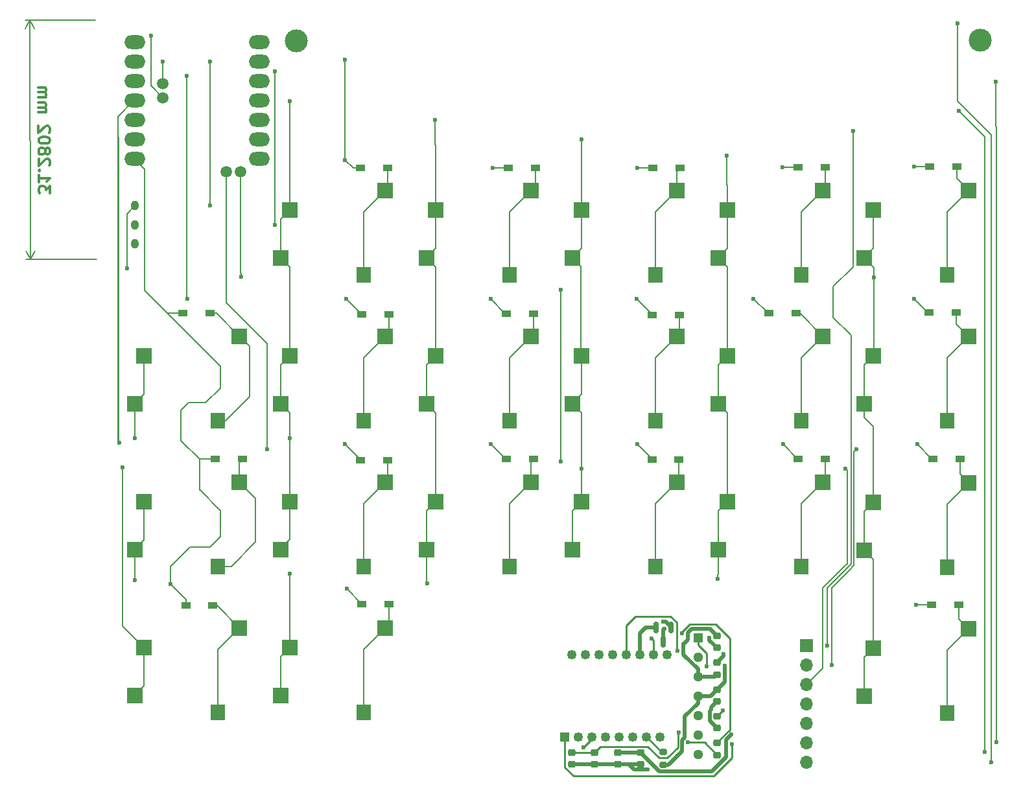
<source format=gbr>
%TF.GenerationSoftware,KiCad,Pcbnew,8.0.7*%
%TF.CreationDate,2025-02-28T21:37:25+09:00*%
%TF.ProjectId,cool642tb_R_with_tb,636f6f6c-3634-4327-9462-5f525f776974,rev?*%
%TF.SameCoordinates,Original*%
%TF.FileFunction,Copper,L2,Bot*%
%TF.FilePolarity,Positive*%
%FSLAX46Y46*%
G04 Gerber Fmt 4.6, Leading zero omitted, Abs format (unit mm)*
G04 Created by KiCad (PCBNEW 8.0.7) date 2025-02-28 21:37:25*
%MOMM*%
%LPD*%
G01*
G04 APERTURE LIST*
G04 Aperture macros list*
%AMRoundRect*
0 Rectangle with rounded corners*
0 $1 Rounding radius*
0 $2 $3 $4 $5 $6 $7 $8 $9 X,Y pos of 4 corners*
0 Add a 4 corners polygon primitive as box body*
4,1,4,$2,$3,$4,$5,$6,$7,$8,$9,$2,$3,0*
0 Add four circle primitives for the rounded corners*
1,1,$1+$1,$2,$3*
1,1,$1+$1,$4,$5*
1,1,$1+$1,$6,$7*
1,1,$1+$1,$8,$9*
0 Add four rect primitives between the rounded corners*
20,1,$1+$1,$2,$3,$4,$5,0*
20,1,$1+$1,$4,$5,$6,$7,0*
20,1,$1+$1,$6,$7,$8,$9,0*
20,1,$1+$1,$8,$9,$2,$3,0*%
G04 Aperture macros list end*
%ADD10C,0.300000*%
%TA.AperFunction,NonConductor*%
%ADD11C,0.300000*%
%TD*%
%TA.AperFunction,NonConductor*%
%ADD12C,0.200000*%
%TD*%
%TA.AperFunction,SMDPad,CuDef*%
%ADD13R,1.300000X0.950000*%
%TD*%
%TA.AperFunction,SMDPad,CuDef*%
%ADD14R,2.000000X2.000000*%
%TD*%
%TA.AperFunction,SMDPad,CuDef*%
%ADD15R,1.900000X2.000000*%
%TD*%
%TA.AperFunction,ComponentPad*%
%ADD16O,1.000000X1.300000*%
%TD*%
%TA.AperFunction,ComponentPad*%
%ADD17O,2.750000X1.800000*%
%TD*%
%TA.AperFunction,ComponentPad*%
%ADD18C,1.500000*%
%TD*%
%TA.AperFunction,ComponentPad*%
%ADD19R,1.700000X1.700000*%
%TD*%
%TA.AperFunction,ComponentPad*%
%ADD20O,1.700000X1.700000*%
%TD*%
%TA.AperFunction,ComponentPad*%
%ADD21C,3.000000*%
%TD*%
%TA.AperFunction,ComponentPad*%
%ADD22RoundRect,0.187500X-0.437500X-0.437500X0.437500X-0.437500X0.437500X0.437500X-0.437500X0.437500X0*%
%TD*%
%TA.AperFunction,ComponentPad*%
%ADD23O,1.250000X1.250000*%
%TD*%
%TA.AperFunction,ComponentPad*%
%ADD24R,1.300000X1.300000*%
%TD*%
%TA.AperFunction,ComponentPad*%
%ADD25O,1.300000X1.300000*%
%TD*%
%TA.AperFunction,SMDPad,CuDef*%
%ADD26RoundRect,0.150000X-0.150000X0.587500X-0.150000X-0.587500X0.150000X-0.587500X0.150000X0.587500X0*%
%TD*%
%TA.AperFunction,SMDPad,CuDef*%
%ADD27RoundRect,0.225000X-0.250000X0.225000X-0.250000X-0.225000X0.250000X-0.225000X0.250000X0.225000X0*%
%TD*%
%TA.AperFunction,SMDPad,CuDef*%
%ADD28RoundRect,0.200000X-0.275000X0.200000X-0.275000X-0.200000X0.275000X-0.200000X0.275000X0.200000X0*%
%TD*%
%TA.AperFunction,ViaPad*%
%ADD29C,0.600000*%
%TD*%
%TA.AperFunction,Conductor*%
%ADD30C,0.250000*%
%TD*%
%TA.AperFunction,Conductor*%
%ADD31C,0.200000*%
%TD*%
%TA.AperFunction,Conductor*%
%ADD32C,0.500000*%
%TD*%
G04 APERTURE END LIST*
D10*
D11*
X-38166205Y4719293D02*
X-38169173Y5647859D01*
X-38169173Y5647859D02*
X-38739001Y5146035D01*
X-38739001Y5146035D02*
X-38739686Y5360320D01*
X-38739686Y5360320D02*
X-38811571Y5502948D01*
X-38811571Y5502948D02*
X-38883227Y5574148D01*
X-38883227Y5574148D02*
X-39026312Y5645119D01*
X-39026312Y5645119D02*
X-39383453Y5643978D01*
X-39383453Y5643978D02*
X-39526081Y5572093D01*
X-39526081Y5572093D02*
X-39597281Y5500436D01*
X-39597281Y5500436D02*
X-39668252Y5357351D01*
X-39668252Y5357351D02*
X-39666882Y4928782D01*
X-39666882Y4928782D02*
X-39594997Y4786154D01*
X-39594997Y4786154D02*
X-39523341Y4714954D01*
X-39673733Y7071628D02*
X-39670993Y6214489D01*
X-39672363Y6643059D02*
X-38172370Y6647854D01*
X-38172370Y6647854D02*
X-38386198Y6504312D01*
X-38386198Y6504312D02*
X-38528598Y6360999D01*
X-38528598Y6360999D02*
X-38599569Y6217915D01*
X-39532932Y7714938D02*
X-39604588Y7786138D01*
X-39604588Y7786138D02*
X-39675788Y7714481D01*
X-39675788Y7714481D02*
X-39604131Y7643281D01*
X-39604131Y7643281D02*
X-39532932Y7714938D01*
X-39532932Y7714938D02*
X-39675788Y7714481D01*
X-38320707Y8361674D02*
X-38249507Y8433331D01*
X-38249507Y8433331D02*
X-38178536Y8576415D01*
X-38178536Y8576415D02*
X-38179678Y8933556D01*
X-38179678Y8933556D02*
X-38251562Y9076184D01*
X-38251562Y9076184D02*
X-38323219Y9147384D01*
X-38323219Y9147384D02*
X-38466304Y9218356D01*
X-38466304Y9218356D02*
X-38609160Y9217899D01*
X-38609160Y9217899D02*
X-38823216Y9145786D01*
X-38823216Y9145786D02*
X-39677615Y8285907D01*
X-39677615Y8285907D02*
X-39680583Y9214474D01*
X-38826185Y10074352D02*
X-38754300Y9931724D01*
X-38754300Y9931724D02*
X-38682644Y9860524D01*
X-38682644Y9860524D02*
X-38539559Y9789553D01*
X-38539559Y9789553D02*
X-38468131Y9789781D01*
X-38468131Y9789781D02*
X-38325503Y9861666D01*
X-38325503Y9861666D02*
X-38254303Y9933323D01*
X-38254303Y9933323D02*
X-38183331Y10076407D01*
X-38183331Y10076407D02*
X-38184245Y10362120D01*
X-38184245Y10362120D02*
X-38256130Y10504748D01*
X-38256130Y10504748D02*
X-38327786Y10575948D01*
X-38327786Y10575948D02*
X-38470871Y10646920D01*
X-38470871Y10646920D02*
X-38542299Y10646691D01*
X-38542299Y10646691D02*
X-38684927Y10574806D01*
X-38684927Y10574806D02*
X-38756127Y10503150D01*
X-38756127Y10503150D02*
X-38827098Y10360065D01*
X-38827098Y10360065D02*
X-38826185Y10074352D01*
X-38826185Y10074352D02*
X-38897157Y9931267D01*
X-38897157Y9931267D02*
X-38968356Y9859611D01*
X-38968356Y9859611D02*
X-39110984Y9787726D01*
X-39110984Y9787726D02*
X-39396697Y9786812D01*
X-39396697Y9786812D02*
X-39539782Y9857784D01*
X-39539782Y9857784D02*
X-39611439Y9928984D01*
X-39611439Y9928984D02*
X-39683324Y10071612D01*
X-39683324Y10071612D02*
X-39684237Y10357325D01*
X-39684237Y10357325D02*
X-39613265Y10500409D01*
X-39613265Y10500409D02*
X-39542066Y10572066D01*
X-39542066Y10572066D02*
X-39399438Y10643951D01*
X-39399438Y10643951D02*
X-39113725Y10644864D01*
X-39113725Y10644864D02*
X-38970640Y10573893D01*
X-38970640Y10573893D02*
X-38898983Y10502693D01*
X-38898983Y10502693D02*
X-38827098Y10360065D01*
X-38188127Y11576399D02*
X-38188583Y11719256D01*
X-38188583Y11719256D02*
X-38260468Y11861884D01*
X-38260468Y11861884D02*
X-38332125Y11933084D01*
X-38332125Y11933084D02*
X-38475210Y12004055D01*
X-38475210Y12004055D02*
X-38761151Y12074570D01*
X-38761151Y12074570D02*
X-39118292Y12073428D01*
X-39118292Y12073428D02*
X-39403776Y12001086D01*
X-39403776Y12001086D02*
X-39546404Y11929202D01*
X-39546404Y11929202D02*
X-39617604Y11857545D01*
X-39617604Y11857545D02*
X-39688576Y11714460D01*
X-39688576Y11714460D02*
X-39688119Y11571604D01*
X-39688119Y11571604D02*
X-39616234Y11428976D01*
X-39616234Y11428976D02*
X-39544577Y11357776D01*
X-39544577Y11357776D02*
X-39401493Y11286804D01*
X-39401493Y11286804D02*
X-39115551Y11216290D01*
X-39115551Y11216290D02*
X-38758410Y11217431D01*
X-38758410Y11217431D02*
X-38472926Y11289773D01*
X-38472926Y11289773D02*
X-38330298Y11361658D01*
X-38330298Y11361658D02*
X-38259098Y11433314D01*
X-38259098Y11433314D02*
X-38188127Y11576399D01*
X-38334408Y12647365D02*
X-38263208Y12719022D01*
X-38263208Y12719022D02*
X-38192237Y12862106D01*
X-38192237Y12862106D02*
X-38193379Y13219248D01*
X-38193379Y13219248D02*
X-38265264Y13361876D01*
X-38265264Y13361876D02*
X-38336920Y13433075D01*
X-38336920Y13433075D02*
X-38480005Y13504047D01*
X-38480005Y13504047D02*
X-38622861Y13503590D01*
X-38622861Y13503590D02*
X-38836918Y13431477D01*
X-38836918Y13431477D02*
X-39691316Y12571598D01*
X-39691316Y12571598D02*
X-39694284Y13500165D01*
X-39699993Y15285870D02*
X-38699998Y15289066D01*
X-38842855Y15288610D02*
X-38771655Y15360266D01*
X-38771655Y15360266D02*
X-38700683Y15503351D01*
X-38700683Y15503351D02*
X-38701368Y15717636D01*
X-38701368Y15717636D02*
X-38773253Y15860264D01*
X-38773253Y15860264D02*
X-38916338Y15931235D01*
X-38916338Y15931235D02*
X-39702048Y15928723D01*
X-38916338Y15931235D02*
X-38773710Y16003120D01*
X-38773710Y16003120D02*
X-38702738Y16146205D01*
X-38702738Y16146205D02*
X-38703424Y16360490D01*
X-38703424Y16360490D02*
X-38775308Y16503118D01*
X-38775308Y16503118D02*
X-38918393Y16574089D01*
X-38918393Y16574089D02*
X-39704103Y16571577D01*
X-39706387Y17285859D02*
X-38706392Y17289056D01*
X-38849249Y17288600D02*
X-38778049Y17360256D01*
X-38778049Y17360256D02*
X-38707077Y17503341D01*
X-38707077Y17503341D02*
X-38707762Y17717625D01*
X-38707762Y17717625D02*
X-38779647Y17860254D01*
X-38779647Y17860254D02*
X-38922732Y17931225D01*
X-38922732Y17931225D02*
X-39708442Y17928713D01*
X-38922732Y17931225D02*
X-38780104Y18003110D01*
X-38780104Y18003110D02*
X-38709132Y18146195D01*
X-38709132Y18146195D02*
X-38709817Y18360479D01*
X-38709817Y18360479D02*
X-38781702Y18503107D01*
X-38781702Y18503107D02*
X-38924787Y18574079D01*
X-38924787Y18574079D02*
X-39710497Y18571567D01*
D12*
X-32249997Y27378402D02*
X-41446659Y27349001D01*
X-32149997Y-3901598D02*
X-41346659Y-3930999D01*
X-40860242Y27350875D02*
X-40760242Y-3929125D01*
X-40860242Y27350875D02*
X-40760242Y-3929125D01*
X-40860242Y27350875D02*
X-40270223Y26226252D01*
X-40860242Y27350875D02*
X-41443058Y26222502D01*
X-40760242Y-3929125D02*
X-41350261Y-2804502D01*
X-40760242Y-3929125D02*
X-40177426Y-2800752D01*
D13*
%TO.P,D7,1,K*%
%TO.N,Row2*%
X21375000Y-30010000D03*
%TO.P,D7,2,A*%
%TO.N,Net-(D7-A)*%
X24925000Y-30010000D03*
%TD*%
%TO.P,D11,1,K*%
%TO.N,Row2*%
X40405000Y-30100000D03*
%TO.P,D11,2,A*%
%TO.N,Net-(D11-A)*%
X43955000Y-30100000D03*
%TD*%
D14*
%TO.P,SW1,1,1*%
%TO.N,Col0*%
X-8100000Y-3700000D03*
X-6900000Y2540000D03*
D15*
%TO.P,SW1,2,2*%
%TO.N,Net-(D1-A)*%
X2800000Y-5900000D03*
D14*
X5600000Y5080000D03*
%TD*%
D13*
%TO.P,D20,1,K*%
%TO.N,Row3*%
X76935000Y-49060000D03*
%TO.P,D20,2,A*%
%TO.N,Net-(D20-A)*%
X80485000Y-49060000D03*
%TD*%
D14*
%TO.P,SW8,1,1*%
%TO.N,Col1*%
X-27150000Y-41800000D03*
X-25950000Y-35560000D03*
D15*
%TO.P,SW8,2,2*%
%TO.N,Net-(D8-A)*%
X-16250000Y-44000000D03*
D14*
X-13450000Y-33020000D03*
%TD*%
D13*
%TO.P,D13,1,K*%
%TO.N,Row0*%
X59535000Y8140000D03*
%TO.P,D13,2,A*%
%TO.N,Net-(D13-A)*%
X63085000Y8140000D03*
%TD*%
D14*
%TO.P,SW15,1,1*%
%TO.N,Col3*%
X49050000Y-41800000D03*
X50250000Y-35560000D03*
D15*
%TO.P,SW15,2,2*%
%TO.N,Net-(D15-A)*%
X59950000Y-44000000D03*
D14*
X62750000Y-33020000D03*
%TD*%
%TO.P,SW16,1,1*%
%TO.N,Col3*%
X-8100000Y-60850000D03*
X-6900000Y-54610000D03*
D15*
%TO.P,SW16,2,2*%
%TO.N,Net-(D16-A)*%
X2800000Y-63050000D03*
D14*
X5600000Y-52070000D03*
%TD*%
D16*
%TO.P,SW21,1,A*%
%TO.N,unconnected-(SW21-A-Pad1)*%
X-27100000Y-1890000D03*
%TO.P,SW21,2,B*%
%TO.N,Net-(BT1--)*%
X-27100000Y610000D03*
%TO.P,SW21,3,C*%
%TO.N,GND*%
X-27100000Y3110000D03*
%TD*%
D14*
%TO.P,SW13,1,1*%
%TO.N,Col3*%
X49050000Y-3700000D03*
X50250000Y2540000D03*
D15*
%TO.P,SW13,2,2*%
%TO.N,Net-(D13-A)*%
X59950000Y-5900000D03*
D14*
X62750000Y5080000D03*
%TD*%
D13*
%TO.P,D15,1,K*%
%TO.N,Row2*%
X59535000Y-29950000D03*
%TO.P,D15,2,A*%
%TO.N,Net-(D15-A)*%
X63085000Y-29950000D03*
%TD*%
%TO.P,D1,1,K*%
%TO.N,Row0*%
X2385000Y8000000D03*
%TO.P,D1,2,A*%
%TO.N,Net-(D1-A)*%
X5935000Y8000000D03*
%TD*%
%TO.P,D9,1,K*%
%TO.N,Row0*%
X40525000Y8000000D03*
%TO.P,D9,2,A*%
%TO.N,Net-(D9-A)*%
X44075000Y8000000D03*
%TD*%
%TO.P,D17,1,K*%
%TO.N,Row0*%
X76665000Y8180000D03*
%TO.P,D17,2,A*%
%TO.N,Net-(D17-A)*%
X80215000Y8180000D03*
%TD*%
%TO.P,D4,1,K*%
%TO.N,Row3*%
X-20815000Y-10950000D03*
%TO.P,D4,2,A*%
%TO.N,Net-(D4-A)*%
X-17265000Y-10950000D03*
%TD*%
%TO.P,D16,1,K*%
%TO.N,Row3*%
X2555000Y-48970000D03*
%TO.P,D16,2,A*%
%TO.N,Net-(D16-A)*%
X6105000Y-48970000D03*
%TD*%
D14*
%TO.P,SW17,1,1*%
%TO.N,Col4*%
X68100000Y-3700000D03*
X69300000Y2540000D03*
D15*
%TO.P,SW17,2,2*%
%TO.N,Net-(D17-A)*%
X79000000Y-5900000D03*
D14*
X81800000Y5080000D03*
%TD*%
D13*
%TO.P,D3,1,K*%
%TO.N,Row2*%
X2330000Y-30130000D03*
%TO.P,D3,2,A*%
%TO.N,Net-(D3-A)*%
X5880000Y-30130000D03*
%TD*%
%TO.P,D19,1,K*%
%TO.N,Row2*%
X77080000Y-29940000D03*
%TO.P,D19,2,A*%
%TO.N,Net-(D19-A)*%
X80630000Y-29940000D03*
%TD*%
D14*
%TO.P,SW11,1,1*%
%TO.N,Col2*%
X30000000Y-41800000D03*
X31200000Y-35560000D03*
D15*
%TO.P,SW11,2,2*%
%TO.N,Net-(D11-A)*%
X40900000Y-44000000D03*
D14*
X43700000Y-33020000D03*
%TD*%
%TO.P,SW12,1,1*%
%TO.N,Col2*%
X-27150000Y-60850000D03*
X-25950000Y-54610000D03*
D15*
%TO.P,SW12,2,2*%
%TO.N,Net-(D12-A)*%
X-16250000Y-63050000D03*
D14*
X-13450000Y-52070000D03*
%TD*%
%TO.P,SW19,1,1*%
%TO.N,Col4*%
X68100000Y-41900000D03*
X69300000Y-35660000D03*
D15*
%TO.P,SW19,2,2*%
%TO.N,Net-(D19-A)*%
X79000000Y-44100000D03*
D14*
X81800000Y-33120000D03*
%TD*%
%TO.P,SW20,1,1*%
%TO.N,Col4*%
X68100000Y-60950000D03*
X69300000Y-54710000D03*
D15*
%TO.P,SW20,2,2*%
%TO.N,Net-(D20-A)*%
X79000000Y-63150000D03*
D14*
X81800000Y-52170000D03*
%TD*%
%TO.P,SW3,1,1*%
%TO.N,Col0*%
X-8100000Y-41800000D03*
X-6900000Y-35560000D03*
D15*
%TO.P,SW3,2,2*%
%TO.N,Net-(D3-A)*%
X2800000Y-44000000D03*
D14*
X5600000Y-33020000D03*
%TD*%
D13*
%TO.P,D10,1,K*%
%TO.N,Row1*%
X40465000Y-11150000D03*
%TO.P,D10,2,A*%
%TO.N,Net-(D10-A)*%
X44015000Y-11150000D03*
%TD*%
D14*
%TO.P,SW7,1,1*%
%TO.N,Col1*%
X10950000Y-41800000D03*
X12150000Y-35560000D03*
D15*
%TO.P,SW7,2,2*%
%TO.N,Net-(D7-A)*%
X21850000Y-44000000D03*
D14*
X24650000Y-33020000D03*
%TD*%
%TO.P,SW10,1,1*%
%TO.N,Col2*%
X30000000Y-22750000D03*
X31200000Y-16510000D03*
D15*
%TO.P,SW10,2,2*%
%TO.N,Net-(D10-A)*%
X40900000Y-24950000D03*
D14*
X43700000Y-13970000D03*
%TD*%
D17*
%TO.P,U1,1,P0.02_A0_D0*%
%TO.N,MOTION*%
X-27110000Y24450000D03*
%TO.P,U1,2,P0.03_A1_D1*%
%TO.N,Row0*%
X-27110000Y21910000D03*
%TO.P,U1,3,P0.28_A2_D2*%
%TO.N,Row1*%
X-27110000Y19370000D03*
%TO.P,U1,4,P0.29_A3_D3*%
%TO.N,Row2*%
X-27110000Y16830000D03*
%TO.P,U1,5,P0.04_A4_D4_SDA*%
%TO.N,SDIO*%
X-27110000Y14290000D03*
%TO.P,U1,6,P0.05_A5_D5_SCL*%
%TO.N,SCLK*%
X-27110000Y11750000D03*
%TO.P,U1,7,P1.11_D6_TX*%
%TO.N,Row3*%
X-27110000Y9210000D03*
%TO.P,U1,8,P1.12_D7_RX*%
%TO.N,Col3*%
X-10870000Y9210000D03*
%TO.P,U1,9,P1.13_D8_SCK*%
%TO.N,Col2*%
X-10870000Y11750000D03*
%TO.P,U1,10,P1.14_D9_MISO*%
%TO.N,Col1*%
X-10870000Y14290000D03*
%TO.P,U1,11,P1.15_D10_MOSI*%
%TO.N,Col0*%
X-10870000Y16830000D03*
%TO.P,U1,12,3V3*%
%TO.N,3.3V*%
X-10870000Y19370000D03*
%TO.P,U1,13,GND*%
%TO.N,GND*%
X-10870000Y21910000D03*
%TO.P,U1,14,5V*%
%TO.N,VCC*%
X-10870000Y24450000D03*
D18*
%TO.P,U1,15,NFC1_0.09*%
%TO.N,CS*%
X-15154600Y7518000D03*
%TO.P,U1,16,NFC2_0.10*%
%TO.N,Col4*%
X-13275000Y7518000D03*
%TO.P,U1,20,BATT+*%
%TO.N,Bat*%
X-23435000Y17147000D03*
%TO.P,U1,21,BATT-*%
%TO.N,GND*%
X-23435000Y19052000D03*
%TD*%
D13*
%TO.P,D2,1,K*%
%TO.N,Row1*%
X2535000Y-11080000D03*
%TO.P,D2,2,A*%
%TO.N,Net-(D2-A)*%
X6085000Y-11080000D03*
%TD*%
D19*
%TO.P,J1,1,SCLK*%
%TO.N,SCLK*%
X60590000Y-54350000D03*
D20*
%TO.P,J1,2,nCS*%
%TO.N,CS*%
X60590000Y-56890000D03*
%TO.P,J1,3,GND*%
%TO.N,GND*%
X60590000Y-59430000D03*
%TO.P,J1,4,Vin*%
%TO.N,3.3V*%
X60590000Y-61970000D03*
%TO.P,J1,5,nc*%
%TO.N,unconnected-(J1-nc-Pad5)*%
X60590000Y-64510000D03*
%TO.P,J1,6,SDIO*%
%TO.N,SDIO*%
X60590000Y-67050000D03*
%TO.P,J1,7,MOTION*%
%TO.N,MOTION*%
X60590000Y-69590000D03*
%TD*%
D13*
%TO.P,D6,1,K*%
%TO.N,Row1*%
X21375000Y-10980000D03*
%TO.P,D6,2,A*%
%TO.N,Net-(D6-A)*%
X24925000Y-10980000D03*
%TD*%
D14*
%TO.P,SW5,1,1*%
%TO.N,Col1*%
X10950000Y-3700000D03*
X12150000Y2540000D03*
D15*
%TO.P,SW5,2,2*%
%TO.N,Net-(D5-A)*%
X21850000Y-5900000D03*
D14*
X24650000Y5080000D03*
%TD*%
%TO.P,SW6,1,1*%
%TO.N,Col1*%
X10950000Y-22750000D03*
X12150000Y-16510000D03*
D15*
%TO.P,SW6,2,2*%
%TO.N,Net-(D6-A)*%
X21850000Y-24950000D03*
D14*
X24650000Y-13970000D03*
%TD*%
%TO.P,SW9,1,1*%
%TO.N,Col2*%
X30000000Y-3700000D03*
X31200000Y2540000D03*
D15*
%TO.P,SW9,2,2*%
%TO.N,Net-(D9-A)*%
X40900000Y-5900000D03*
D14*
X43700000Y5080000D03*
%TD*%
%TO.P,SW4,1,1*%
%TO.N,Col0*%
X-27150000Y-22750000D03*
X-25950000Y-16510000D03*
D15*
%TO.P,SW4,2,2*%
%TO.N,Net-(D4-A)*%
X-16250000Y-24950000D03*
D14*
X-13450000Y-13970000D03*
%TD*%
D13*
%TO.P,D8,1,K*%
%TO.N,Row3*%
X-16645000Y-29980000D03*
%TO.P,D8,2,A*%
%TO.N,Net-(D8-A)*%
X-13095000Y-29980000D03*
%TD*%
D21*
%TO.P,BT1,1,+*%
%TO.N,Bat*%
X-6020000Y24670000D03*
%TO.P,BT1,2,-*%
%TO.N,Net-(BT1--)*%
X83250000Y24710000D03*
%TD*%
D13*
%TO.P,D14,1,K*%
%TO.N,Row1*%
X55715000Y-10930000D03*
%TO.P,D14,2,A*%
%TO.N,Net-(D14-A)*%
X59265000Y-10930000D03*
%TD*%
%TO.P,D12,1,K*%
%TO.N,Row3*%
X-20465000Y-49140000D03*
%TO.P,D12,2,A*%
%TO.N,Net-(D12-A)*%
X-16915000Y-49140000D03*
%TD*%
%TO.P,D5,1,K*%
%TO.N,Row0*%
X21635000Y8040000D03*
%TO.P,D5,2,A*%
%TO.N,Net-(D5-A)*%
X25185000Y8040000D03*
%TD*%
D22*
%TO.P,U2,1,+VCSEL*%
%TO.N,N/C*%
X29022893Y-66274893D03*
D23*
%TO.P,U2,2,SDIO*%
%TO.N,SDIO*%
X30802893Y-66274893D03*
%TO.P,U2,3,SCLK*%
%TO.N,SCLK*%
X32582893Y-66274893D03*
%TO.P,U2,4,NC*%
%TO.N,N/C*%
X34362893Y-66274893D03*
%TO.P,U2,5,NCS*%
%TO.N,NCS*%
X36142893Y-66274893D03*
%TO.P,U2,6,VDDIO*%
%TO.N,VCC*%
X37922893Y-66274893D03*
%TO.P,U2,7,NRESET*%
%TO.N,N/C*%
X39702893Y-66274893D03*
%TO.P,U2,8,MOTION*%
%TO.N,MOTION*%
X41482893Y-66274893D03*
%TO.P,U2,9,VCP*%
%TO.N,N/C*%
X42372893Y-55574893D03*
%TO.P,U2,10,PASS_T*%
X40592893Y-55574893D03*
%TO.P,U2,11,GND*%
%TO.N,GND*%
X38812893Y-55574893D03*
%TO.P,U2,12,CP*%
%TO.N,N/C*%
X37032893Y-55574893D03*
%TO.P,U2,13,CN*%
X35252893Y-55574893D03*
%TO.P,U2,14,VDD*%
%TO.N,+1V9*%
X33472893Y-55574893D03*
%TO.P,U2,15,XYLASER*%
%TO.N,N/C*%
X31692893Y-55574893D03*
%TO.P,U2,16,-VCSEL*%
X29912893Y-55574893D03*
%TD*%
D14*
%TO.P,SW2,1,1*%
%TO.N,Col0*%
X-8100000Y-22750000D03*
X-6900000Y-16510000D03*
D15*
%TO.P,SW2,2,2*%
%TO.N,Net-(D2-A)*%
X2800000Y-24950000D03*
D14*
X5600000Y-13970000D03*
%TD*%
%TO.P,SW18,1,1*%
%TO.N,Col4*%
X68100000Y-22750000D03*
X69300000Y-16510000D03*
D15*
%TO.P,SW18,2,2*%
%TO.N,Net-(D18-A)*%
X79000000Y-24950000D03*
D14*
X81800000Y-13970000D03*
%TD*%
%TO.P,SW14,1,1*%
%TO.N,Col3*%
X49050000Y-22750000D03*
X50250000Y-16510000D03*
D15*
%TO.P,SW14,2,2*%
%TO.N,Net-(D14-A)*%
X59950000Y-24950000D03*
D14*
X62750000Y-13970000D03*
%TD*%
D24*
%TO.P,J1,1,Pin_1*%
%TO.N,SCLK*%
X46422893Y-53304893D03*
D25*
%TO.P,J1,2,Pin_2*%
%TO.N,NCS*%
X46422893Y-55844893D03*
%TO.P,J1,3,Pin_3*%
%TO.N,GND*%
X46422893Y-58384893D03*
%TO.P,J1,4,Pin_4*%
%TO.N,VCC*%
X46422893Y-60924893D03*
%TO.P,J1,5,Pin_5*%
%TO.N,N/C*%
X46422893Y-63464893D03*
%TO.P,J1,6,Pin_6*%
%TO.N,SDIO*%
X46422893Y-66004893D03*
%TO.P,J1,7,Pin_6*%
%TO.N,MOTION*%
X46422893Y-68544893D03*
%TD*%
D13*
%TO.P,D18,1,K*%
%TO.N,Row1*%
X76635000Y-10860000D03*
%TO.P,D18,2,A*%
%TO.N,Net-(D18-A)*%
X80185000Y-10860000D03*
%TD*%
D26*
%TO.P,U1,1,GND*%
%TO.N,GND*%
X40972893Y-51987393D03*
%TO.P,U1,2,VO*%
%TO.N,+1V9*%
X42872893Y-51987393D03*
%TO.P,U1,3,VI*%
%TO.N,VCC*%
X41922893Y-53862393D03*
%TD*%
D27*
%TO.P,C1,1*%
%TO.N,GND*%
X48922893Y-53099893D03*
%TO.P,C1,2*%
%TO.N,VCC*%
X48922893Y-54649893D03*
%TD*%
%TO.P,C2,1*%
%TO.N,+1V9*%
X48922893Y-56599893D03*
%TO.P,C2,2*%
%TO.N,GND*%
X48922893Y-58149893D03*
%TD*%
%TO.P,C3,1*%
%TO.N,VCC*%
X48922893Y-60099893D03*
%TO.P,C3,2*%
%TO.N,GND*%
X48922893Y-61649893D03*
%TD*%
%TO.P,C6,1*%
%TO.N,N/C*%
X29922893Y-68324893D03*
%TO.P,C6,2*%
%TO.N,GND*%
X29922893Y-69874893D03*
%TD*%
%TO.P,C8,1*%
%TO.N,+1V9*%
X35922893Y-68324893D03*
%TO.P,C8,2*%
%TO.N,GND*%
X35922893Y-69874893D03*
%TD*%
%TO.P,C9,1*%
%TO.N,+1V9*%
X38922893Y-68324893D03*
%TO.P,C9,2*%
%TO.N,GND*%
X38922893Y-69874893D03*
%TD*%
%TO.P,C4,1*%
%TO.N,N/C*%
X48922893Y-63599893D03*
%TO.P,C4,2*%
%TO.N,GND*%
X48922893Y-65149893D03*
%TD*%
D28*
%TO.P,R1,1*%
%TO.N,N/C*%
X41922893Y-68274893D03*
%TO.P,R1,2*%
%TO.N,VCC*%
X41922893Y-69924893D03*
%TD*%
D27*
%TO.P,C5,1*%
%TO.N,N/C*%
X48922893Y-67099893D03*
%TO.P,C5,2*%
X48922893Y-68649893D03*
%TD*%
%TO.P,C7,1*%
%TO.N,N/C*%
X32922893Y-68324893D03*
%TO.P,C7,2*%
%TO.N,GND*%
X32922893Y-69874893D03*
%TD*%
D29*
%TO.N,*%
X50888493Y-67238293D03*
X44335193Y-52771393D03*
X45124493Y-66996593D03*
X43763493Y-55042493D03*
X49710193Y-62812593D03*
X43954093Y-65699993D03*
X40364793Y-53432093D03*
%TO.N,Bat*%
X-25040000Y25320000D03*
%TO.N,Row0*%
X38490000Y8000000D03*
X350000Y9090000D03*
X340000Y22200000D03*
X19600000Y8040000D03*
X57500000Y8140000D03*
X74630000Y8180000D03*
%TO.N,Row1*%
X-20310000Y20070000D03*
X-20270000Y-9070000D03*
X53670000Y-9040000D03*
X510000Y-9100000D03*
X38450000Y-9100000D03*
X19340000Y-9100000D03*
X74640000Y-9080000D03*
%TO.N,Row2*%
X340000Y-28070000D03*
X75040000Y-28070000D03*
X38470000Y-28070000D03*
X19360000Y-28070000D03*
X57530000Y-28070000D03*
X-29120000Y-27840000D03*
%TO.N,Row3*%
X560000Y-46930000D03*
X74900000Y-49060000D03*
X-22450000Y-46340000D03*
%TO.N,GND*%
X-23440000Y21890000D03*
X65680000Y-31230000D03*
X-17320000Y3110000D03*
X28480000Y-7840000D03*
X-28160000Y-5070000D03*
X44518793Y-54199793D03*
X48168993Y-62699193D03*
X28470000Y-30300000D03*
X-17310000Y21890000D03*
X39817593Y-70507993D03*
%TO.N,CS*%
X63910000Y-56860000D03*
X67120000Y-28720000D03*
X-9850000Y-28700000D03*
%TO.N,SCLK*%
X66690000Y12840000D03*
X47548293Y-57040893D03*
X31489893Y-67676193D03*
X63310000Y-54390000D03*
%TO.N,MOTION*%
X84690000Y-69590000D03*
X80300000Y26940000D03*
%TO.N,3.3V*%
X85370000Y-66960000D03*
X85350000Y19300000D03*
%TO.N,SDIO*%
X80500000Y15480000D03*
X83920000Y-68240000D03*
%TO.N,Col0*%
X-27130000Y-27240000D03*
X-6880000Y16760000D03*
X-6900000Y-27240000D03*
%TO.N,Col1*%
X12090000Y14290000D03*
X-27100000Y-45810000D03*
X11050000Y-46230000D03*
%TO.N,Col2*%
X-28700000Y-31100000D03*
X31210000Y11780000D03*
X31200000Y-31240000D03*
%TO.N,Col3*%
X-6850000Y-44940000D03*
X50220000Y9660000D03*
X49020000Y-45640000D03*
%TO.N,Col4*%
X-13270000Y-6160000D03*
X69430000Y-6240000D03*
%TO.N,VCC*%
X42049493Y-52138593D03*
X43762793Y-68759693D03*
X49928393Y-57027593D03*
X47919493Y-53353393D03*
%TO.N,Net-(BT1--)*%
X-8870000Y620000D03*
X-8850000Y20640000D03*
%TO.N,+1V9*%
X41922893Y-51243793D03*
X49787093Y-55480193D03*
X50807793Y-65989493D03*
%TD*%
D30*
%TO.N,*%
X29022893Y-66274893D02*
X29022893Y-70260293D01*
X30165693Y-71403093D02*
X48483493Y-71403093D01*
X48922893Y-68649893D02*
X47269593Y-66996593D01*
X37032893Y-55574893D02*
X37032893Y-51764893D01*
X41702893Y-68274893D02*
X39702893Y-66274893D01*
X39886193Y-67539993D02*
X33707793Y-67539993D01*
X38266193Y-50531593D02*
X42841293Y-50531593D01*
X40592893Y-53660193D02*
X40364793Y-53432093D01*
X29922893Y-68324893D02*
X32922893Y-68324893D01*
X43633293Y-51323593D02*
X43633293Y-54912293D01*
X29022893Y-70260293D02*
X30165693Y-71403093D01*
X50888493Y-68998093D02*
X50888493Y-67238293D01*
X43954093Y-65699993D02*
X43796093Y-65857993D01*
X42841293Y-50531593D02*
X43633293Y-51323593D01*
X50572793Y-65338193D02*
X50572793Y-53415393D01*
X37032893Y-51764893D02*
X38266193Y-50531593D01*
X44335193Y-52619693D02*
X44335193Y-52771393D01*
X41922893Y-68274893D02*
X41702893Y-68274893D01*
X48922893Y-63599893D02*
X49710193Y-62812593D01*
X48718693Y-51561293D02*
X45393593Y-51561293D01*
X33707793Y-67539993D02*
X32922893Y-68324893D01*
X40592893Y-55574893D02*
X40592893Y-53660193D01*
X43796093Y-67624493D02*
X42418193Y-69002393D01*
X45393593Y-51561293D02*
X44335193Y-52619693D01*
X43796093Y-65857993D02*
X43796093Y-67624493D01*
X48483493Y-71403093D02*
X50888493Y-68998093D01*
X42418193Y-69002393D02*
X41348593Y-69002393D01*
X41348593Y-69002393D02*
X39886193Y-67539993D01*
X43633293Y-54912293D02*
X43763493Y-55042493D01*
X50572793Y-53415393D02*
X48718693Y-51561293D01*
X48922893Y-67099893D02*
X48922893Y-66988093D01*
X48922893Y-66988093D02*
X50572793Y-65338193D01*
X47269593Y-66996593D02*
X45124493Y-66996593D01*
D31*
%TO.N,Bat*%
X-23435000Y17147000D02*
X-25040000Y18752000D01*
X-25040000Y18752000D02*
X-25040000Y19330000D01*
X-25040000Y25320000D02*
X-25040000Y19330000D01*
%TO.N,Net-(D1-A)*%
X5600000Y5080000D02*
X2800000Y2280000D01*
X5935000Y8000000D02*
X5935000Y5415000D01*
X2800000Y2280000D02*
X2800000Y-5900000D01*
X5935000Y5415000D02*
X5600000Y5080000D01*
%TO.N,Row0*%
X350000Y9090000D02*
X350000Y9190000D01*
X1440000Y8000000D02*
X350000Y9090000D01*
X19600000Y8040000D02*
X21635000Y8040000D01*
X57500000Y8140000D02*
X59535000Y8140000D01*
X340000Y22200000D02*
X350000Y22190000D01*
X74630000Y8180000D02*
X76665000Y8180000D01*
X2385000Y8000000D02*
X1440000Y8000000D01*
X38490000Y8000000D02*
X40525000Y8000000D01*
X350000Y22190000D02*
X350000Y9190000D01*
%TO.N,Net-(D2-A)*%
X6085000Y-11080000D02*
X6085000Y-13485000D01*
X6085000Y-13485000D02*
X5600000Y-13970000D01*
X5600000Y-13970000D02*
X2800000Y-16770000D01*
X2800000Y-16770000D02*
X2800000Y-24950000D01*
%TO.N,Row1*%
X40465000Y-11115000D02*
X38450000Y-9100000D01*
X2490000Y-11080000D02*
X510000Y-9100000D01*
X55560000Y-10930000D02*
X53670000Y-9040000D01*
X21220000Y-10980000D02*
X19340000Y-9100000D01*
X-20310000Y-9030000D02*
X-20270000Y-9070000D01*
X76420000Y-10860000D02*
X74640000Y-9080000D01*
X55715000Y-10930000D02*
X55560000Y-10930000D01*
X-20310000Y20070000D02*
X-20310000Y-9030000D01*
X76635000Y-10860000D02*
X76420000Y-10860000D01*
X21375000Y-10980000D02*
X21220000Y-10980000D01*
X2535000Y-11080000D02*
X2490000Y-11080000D01*
X40465000Y-11150000D02*
X40465000Y-11115000D01*
%TO.N,Net-(D3-A)*%
X5880000Y-30130000D02*
X5880000Y-32740000D01*
X5600000Y-33020000D02*
X2800000Y-35820000D01*
X5880000Y-32740000D02*
X5600000Y-33020000D01*
X2800000Y-35820000D02*
X2800000Y-44000000D01*
%TO.N,Row2*%
X77080000Y-29940000D02*
X76910000Y-29940000D01*
X59535000Y-29950000D02*
X59410000Y-29950000D01*
X59410000Y-29950000D02*
X57530000Y-28070000D01*
X21375000Y-30010000D02*
X21300000Y-30010000D01*
X2330000Y-30130000D02*
X2330000Y-30060000D01*
X-29295000Y-27665000D02*
X-29120000Y-27840000D01*
X-27120000Y16810000D02*
X-27252056Y16810000D01*
X40405000Y-30005000D02*
X38470000Y-28070000D01*
X-29265000Y-27695000D02*
X-29120000Y-27840000D01*
X-29295000Y14767056D02*
X-29295000Y-27665000D01*
X-27252056Y16810000D02*
X-29295000Y14767056D01*
X2330000Y-30060000D02*
X340000Y-28070000D01*
X40405000Y-30100000D02*
X40405000Y-30005000D01*
X21300000Y-30010000D02*
X19360000Y-28070000D01*
X76910000Y-29940000D02*
X75040000Y-28070000D01*
X-29265000Y11987056D02*
X-29265000Y-27695000D01*
%TO.N,Net-(D4-A)*%
X-12160000Y-15260000D02*
X-12160000Y-21880000D01*
X-13450000Y-13970000D02*
X-12160000Y-15260000D01*
X-17265000Y-10950000D02*
X-16470000Y-10950000D01*
X-12160000Y-21880000D02*
X-15230000Y-24950000D01*
X-15230000Y-24950000D02*
X-16250000Y-24950000D01*
X-16470000Y-10950000D02*
X-13450000Y-13970000D01*
%TO.N,Row3*%
X-22450000Y-46340000D02*
X-22450000Y-43990000D01*
X-22450000Y-43990000D02*
X-19960000Y-41500000D01*
X-21080000Y-27580000D02*
X-18680000Y-29980000D01*
X-19960000Y-41500000D02*
X-17300000Y-41500000D01*
X-18596955Y-34053045D02*
X-18680000Y-34053045D01*
X-21080000Y-23650000D02*
X-21080000Y-27580000D01*
X-20070000Y-22640000D02*
X-21080000Y-23650000D01*
X-17880000Y-22640000D02*
X-20070000Y-22640000D01*
X-15940000Y-36710000D02*
X-18596955Y-34053045D01*
X-22850000Y-10950000D02*
X-15950000Y-17850000D01*
X-20815000Y-10950000D02*
X-22850000Y-10950000D01*
X76935000Y-49060000D02*
X74900000Y-49060000D01*
X-15950000Y-17850000D02*
X-15950000Y-20710000D01*
X-17300000Y-41500000D02*
X-15940000Y-40140000D01*
X-15940000Y-40140000D02*
X-15940000Y-36710000D01*
X2555000Y-48970000D02*
X2555000Y-48925000D01*
X-18680000Y-34053045D02*
X-18680000Y-29980000D01*
X-20465000Y-48325000D02*
X-22450000Y-46340000D01*
X-15950000Y-20710000D02*
X-17880000Y-22640000D01*
X-16645000Y-29980000D02*
X-18680000Y-29980000D01*
X-22850000Y-10950000D02*
X-25820000Y-7980000D01*
X-25820000Y7890000D02*
X-27120000Y9190000D01*
X-20465000Y-49140000D02*
X-20465000Y-48325000D01*
X-25820000Y-7980000D02*
X-25820000Y7890000D01*
X2555000Y-48925000D02*
X560000Y-46930000D01*
%TO.N,Net-(D5-A)*%
X25185000Y8040000D02*
X25185000Y5615000D01*
X25185000Y5615000D02*
X24650000Y5080000D01*
X24650000Y5080000D02*
X21850000Y2280000D01*
X21850000Y2280000D02*
X21850000Y-5900000D01*
%TO.N,Net-(D6-A)*%
X24925000Y-13695000D02*
X24650000Y-13970000D01*
X24925000Y-10980000D02*
X24925000Y-13695000D01*
X24650000Y-13970000D02*
X21850000Y-16770000D01*
X21850000Y-16770000D02*
X21850000Y-24950000D01*
%TO.N,Net-(D7-A)*%
X21850000Y-35820000D02*
X24650000Y-33020000D01*
X24925000Y-30115000D02*
X24650000Y-30390000D01*
X24650000Y-30390000D02*
X24650000Y-33020000D01*
X21850000Y-44000000D02*
X21850000Y-35820000D01*
X24925000Y-30010000D02*
X24925000Y-30115000D01*
%TO.N,Net-(D8-A)*%
X-13095000Y-30135000D02*
X-13450000Y-30490000D01*
X-11350000Y-35120000D02*
X-11350000Y-40830000D01*
X-11350000Y-40830000D02*
X-14520000Y-44000000D01*
X-13450000Y-33020000D02*
X-11350000Y-35120000D01*
X-13450000Y-30490000D02*
X-13450000Y-33020000D01*
X-13095000Y-29980000D02*
X-13095000Y-30135000D01*
X-14520000Y-44000000D02*
X-16250000Y-44000000D01*
%TO.N,Net-(D9-A)*%
X44075000Y7925000D02*
X43700000Y7550000D01*
X44075000Y8000000D02*
X44075000Y7925000D01*
X40900000Y2280000D02*
X40900000Y-5900000D01*
X43700000Y7550000D02*
X43700000Y5080000D01*
X43700000Y5080000D02*
X40900000Y2280000D01*
%TO.N,Net-(D10-A)*%
X40900000Y-16770000D02*
X40900000Y-24950000D01*
X44015000Y-13655000D02*
X43700000Y-13970000D01*
X44015000Y-11150000D02*
X44015000Y-13655000D01*
X43700000Y-13970000D02*
X40900000Y-16770000D01*
%TO.N,Net-(D11-A)*%
X43700000Y-33020000D02*
X40900000Y-35820000D01*
X43955000Y-32765000D02*
X43700000Y-33020000D01*
X40900000Y-35820000D02*
X40900000Y-44000000D01*
X43955000Y-30100000D02*
X43955000Y-32765000D01*
%TO.N,Net-(D12-A)*%
X-16380000Y-49140000D02*
X-13450000Y-52070000D01*
X-16915000Y-49140000D02*
X-16380000Y-49140000D01*
X-16250000Y-54870000D02*
X-16250000Y-63050000D01*
X-13450000Y-52070000D02*
X-16250000Y-54870000D01*
%TO.N,Net-(D13-A)*%
X59950000Y2280000D02*
X59950000Y-5900000D01*
X63085000Y5415000D02*
X62750000Y5080000D01*
X62750000Y5080000D02*
X59950000Y2280000D01*
X63085000Y8140000D02*
X63085000Y5415000D01*
%TO.N,Net-(D14-A)*%
X59710000Y-10930000D02*
X62750000Y-13970000D01*
X62750000Y-13970000D02*
X59950000Y-16770000D01*
X59265000Y-10930000D02*
X59710000Y-10930000D01*
X59950000Y-16770000D02*
X59950000Y-24950000D01*
%TO.N,Net-(D15-A)*%
X63085000Y-29950000D02*
X63085000Y-32685000D01*
X63085000Y-32685000D02*
X62750000Y-33020000D01*
X62750000Y-33020000D02*
X59950000Y-35820000D01*
X59950000Y-35820000D02*
X59950000Y-44000000D01*
%TO.N,Net-(D16-A)*%
X2800000Y-54870000D02*
X2800000Y-63050000D01*
X6105000Y-48970000D02*
X6105000Y-51565000D01*
X6105000Y-51565000D02*
X5600000Y-52070000D01*
X5600000Y-52070000D02*
X2800000Y-54870000D01*
%TO.N,Net-(D17-A)*%
X81800000Y5080000D02*
X79000000Y2280000D01*
X79000000Y2280000D02*
X79000000Y-5900000D01*
X80215000Y6665000D02*
X81800000Y5080000D01*
X80215000Y8180000D02*
X80215000Y6665000D01*
%TO.N,Net-(D18-A)*%
X80185000Y-10860000D02*
X80185000Y-12355000D01*
X80185000Y-12355000D02*
X81800000Y-13970000D01*
X79000000Y-16770000D02*
X79000000Y-24950000D01*
X81800000Y-13970000D02*
X79000000Y-16770000D01*
D32*
%TO.N,GND*%
X47992293Y-62875893D02*
X47992293Y-64219293D01*
D31*
X-28160000Y2050000D02*
X-27100000Y3110000D01*
D32*
X44518793Y-55519093D02*
X44518793Y-54199793D01*
X38055993Y-70507993D02*
X37422893Y-69874893D01*
X35922893Y-69874893D02*
X37422893Y-69874893D01*
D31*
X65890000Y-43672633D02*
X65890000Y-31440000D01*
X-17320000Y21880000D02*
X-17310000Y21890000D01*
D32*
X45577593Y-52192993D02*
X45123093Y-52647493D01*
D31*
X62710000Y-57310000D02*
X62710000Y-46852633D01*
X62710000Y-46852633D02*
X65706316Y-43856317D01*
X65706316Y-43856317D02*
X65890000Y-43672633D01*
D32*
X39817593Y-70507993D02*
X38055993Y-70507993D01*
X29922893Y-69874893D02*
X32922893Y-69874893D01*
X48168993Y-62699193D02*
X47992293Y-62875893D01*
X46422893Y-57423193D02*
X44518793Y-55519093D01*
X38812893Y-55574893D02*
X38812893Y-52774893D01*
X46422893Y-58384893D02*
X46422893Y-57423193D01*
D31*
X28470000Y-30300000D02*
X28470000Y-7850000D01*
D32*
X48168993Y-62699193D02*
X48168993Y-62403793D01*
X48687893Y-58384893D02*
X48922893Y-58149893D01*
X37422893Y-69874893D02*
X38922893Y-69874893D01*
X46422893Y-58384893D02*
X48687893Y-58384893D01*
X32922893Y-69874893D02*
X35922893Y-69874893D01*
X47992293Y-64219293D02*
X48922893Y-65149893D01*
X48922893Y-61649893D02*
X48168993Y-62403793D01*
D31*
X-17320000Y3110000D02*
X-17320000Y21880000D01*
X-28160000Y-5070000D02*
X-28160000Y2050000D01*
X-23435000Y21885000D02*
X-23440000Y21890000D01*
D32*
X38812893Y-52774893D02*
X39600393Y-51987393D01*
X48922893Y-53099893D02*
X48015993Y-52192993D01*
X45123093Y-53595493D02*
X44518793Y-54199793D01*
X45123093Y-52647493D02*
X45123093Y-53595493D01*
X48015993Y-52192993D02*
X45577593Y-52192993D01*
D31*
X28470000Y-7850000D02*
X28480000Y-7840000D01*
D32*
X39600393Y-51987393D02*
X40972893Y-51987393D01*
D31*
X60590000Y-59430000D02*
X62710000Y-57310000D01*
X65890000Y-31440000D02*
X65680000Y-31230000D01*
X-23435000Y19052000D02*
X-23435000Y21885000D01*
%TO.N,CS*%
X63910000Y-46784004D02*
X63910000Y-56860000D01*
X66800000Y-29040000D02*
X67120000Y-28720000D01*
X66162002Y-44532002D02*
X63910000Y-46784004D01*
X66162002Y-44532002D02*
X66800000Y-43894004D01*
X-15154600Y-9604600D02*
X-15158953Y-9608953D01*
X66800000Y-43894004D02*
X66800000Y-29040000D01*
X-9850000Y-14917907D02*
X-9850000Y-28700000D01*
X-15154600Y7518000D02*
X-15154600Y-9604600D01*
X-15158953Y-9608953D02*
X-9850000Y-14917907D01*
%TO.N,SCLK*%
X66400000Y-13780000D02*
X64107467Y-11487467D01*
X63310000Y-46818318D02*
X66400000Y-43728318D01*
X66680000Y-4910000D02*
X66680000Y11170000D01*
D30*
X32582893Y-66583193D02*
X31489893Y-67676193D01*
D31*
X66400000Y-43728318D02*
X66400000Y-13780000D01*
D30*
X46422893Y-53304893D02*
X46422893Y-54281593D01*
D31*
X63310000Y-54390000D02*
X63310000Y-46818318D01*
X66690000Y12840000D02*
X66690000Y11180000D01*
D30*
X46422893Y-54281593D02*
X47548293Y-55406993D01*
D31*
X66690000Y11180000D02*
X66680000Y11170000D01*
D30*
X32582893Y-66274893D02*
X32582893Y-66583193D01*
X47548293Y-55406993D02*
X47548293Y-57040893D01*
D31*
X64107467Y-7482533D02*
X66680000Y-4910000D01*
X64107467Y-11487467D02*
X64107467Y-7482533D01*
%TO.N,MOTION*%
X84690000Y-69590000D02*
X84690000Y12340000D01*
X80300000Y16730000D02*
X80300000Y26940000D01*
X84690000Y12340000D02*
X80300000Y16730000D01*
%TO.N,3.3V*%
X85380000Y-66950000D02*
X85380000Y13460000D01*
X85370000Y-66960000D02*
X85380000Y-66950000D01*
X85350000Y19300000D02*
X85350000Y13490000D01*
X85350000Y13490000D02*
X85380000Y13460000D01*
%TO.N,SDIO*%
X80500000Y15480000D02*
X83920000Y12060000D01*
X83920000Y12060000D02*
X83920000Y11300000D01*
X83920000Y-68240000D02*
X83920000Y11300000D01*
X-27090000Y14030000D02*
X-27222056Y14030000D01*
%TO.N,Net-(D19-A)*%
X81800000Y-33120000D02*
X79000000Y-35920000D01*
X79000000Y-35920000D02*
X79000000Y-44100000D01*
X80630000Y-31950000D02*
X81800000Y-33120000D01*
X80630000Y-29940000D02*
X80630000Y-31950000D01*
%TO.N,Col0*%
X-6900000Y16740000D02*
X-6880000Y16760000D01*
X-8100000Y-17710000D02*
X-6900000Y-16510000D01*
X-8100000Y1340000D02*
X-6900000Y2540000D01*
X-8100000Y-41690000D02*
X-6900000Y-40490000D01*
X-6900000Y-23950000D02*
X-8100000Y-22750000D01*
X-25950000Y-21550000D02*
X-27150000Y-22750000D01*
X-6900000Y-4900000D02*
X-8100000Y-3700000D01*
X-6900000Y-40490000D02*
X-6900000Y-35560000D01*
X-6900000Y-35560000D02*
X-6900000Y-23950000D01*
X-27150000Y-27220000D02*
X-27130000Y-27240000D01*
X-8100000Y-41800000D02*
X-8100000Y-41690000D01*
X-6900000Y2540000D02*
X-6900000Y16740000D01*
X-8100000Y-22750000D02*
X-8100000Y-17710000D01*
X-25950000Y-16510000D02*
X-25950000Y-21550000D01*
X-8100000Y-3700000D02*
X-8100000Y1340000D01*
X-6900000Y-16510000D02*
X-6900000Y-4900000D01*
X-27150000Y-22750000D02*
X-27150000Y-27220000D01*
%TO.N,Col1*%
X-25950000Y-35560000D02*
X-25950000Y-40600000D01*
X12150000Y-23950000D02*
X10950000Y-22750000D01*
X10950000Y-36760000D02*
X12150000Y-35560000D01*
X12090000Y14290000D02*
X12090000Y11090000D01*
X12150000Y-2500000D02*
X10950000Y-3700000D01*
X10950000Y-17710000D02*
X12150000Y-16510000D01*
X12150000Y11030000D02*
X12150000Y2540000D01*
X-25950000Y-40600000D02*
X-27150000Y-41800000D01*
X12150000Y-35560000D02*
X12150000Y-23950000D01*
X12150000Y-16510000D02*
X12150000Y-4900000D01*
X11050000Y-46230000D02*
X10950000Y-46130000D01*
X12150000Y11080000D02*
X12150000Y2540000D01*
X10950000Y-22750000D02*
X10950000Y-17710000D01*
X10950000Y-46130000D02*
X10950000Y-41800000D01*
X12150000Y-4900000D02*
X10950000Y-3700000D01*
X10950000Y-41800000D02*
X10950000Y-36760000D01*
X12150000Y2540000D02*
X12150000Y-2500000D01*
X-27150000Y-45760000D02*
X-27100000Y-45810000D01*
X12090000Y11090000D02*
X12150000Y11030000D01*
X-27150000Y-41800000D02*
X-27150000Y-45760000D01*
%TO.N,Col2*%
X31200000Y9510000D02*
X31200000Y2540000D01*
X31200000Y-21550000D02*
X30000000Y-22750000D01*
X31120000Y-16430000D02*
X31120000Y-4820000D01*
X31200000Y2540000D02*
X31200000Y-2500000D01*
X31210000Y11780000D02*
X31210000Y9520000D01*
X31120000Y-4820000D02*
X30000000Y-3700000D01*
X-25950000Y-54610000D02*
X-25950000Y-59650000D01*
X31200000Y-31240000D02*
X31200000Y-23950000D01*
X31200000Y-16510000D02*
X31120000Y-16430000D01*
X-25950000Y-59650000D02*
X-27150000Y-60850000D01*
X31200000Y-23950000D02*
X30000000Y-22750000D01*
X31200000Y-35560000D02*
X31200000Y-31240000D01*
X30000000Y-36760000D02*
X31200000Y-35560000D01*
X30000000Y-41800000D02*
X30000000Y-36760000D01*
X-28700000Y-31100000D02*
X-28700000Y-51860000D01*
X31200000Y-16510000D02*
X31200000Y-21550000D01*
X-28700000Y-51860000D02*
X-25950000Y-54610000D01*
X31200000Y-2500000D02*
X30000000Y-3700000D01*
%TO.N,Col3*%
X50250000Y-2500000D02*
X49050000Y-3700000D01*
X50220000Y5840000D02*
X50250000Y5810000D01*
X50250000Y-35560000D02*
X50250000Y-23950000D01*
X50250000Y-16510000D02*
X50250000Y-4900000D01*
X50250000Y-35560000D02*
X49050000Y-36760000D01*
X50250000Y-4900000D02*
X49050000Y-3700000D01*
X49050000Y-36760000D02*
X49050000Y-41800000D01*
X49020000Y-45640000D02*
X49020000Y-45080000D01*
X49050000Y-17710000D02*
X49050000Y-22750000D01*
X-8100000Y-55810000D02*
X-6900000Y-54610000D01*
X50250000Y2540000D02*
X50250000Y-2500000D01*
X50250000Y-16510000D02*
X49050000Y-17710000D01*
X-8100000Y-60850000D02*
X-8100000Y-55810000D01*
X50250000Y5810000D02*
X50250000Y2540000D01*
X-6900000Y-54610000D02*
X-6900000Y-44990000D01*
X49020000Y-45080000D02*
X49050000Y-45050000D01*
X49050000Y-45050000D02*
X49050000Y-41800000D01*
X-6900000Y-44990000D02*
X-6850000Y-44940000D01*
X50220000Y9660000D02*
X50220000Y5840000D01*
X50250000Y-23950000D02*
X49050000Y-22750000D01*
%TO.N,Col4*%
X69330000Y-47902945D02*
X69330000Y-43130000D01*
X69300000Y-47932945D02*
X69330000Y-47902945D01*
X69300000Y-2500000D02*
X68100000Y-3700000D01*
X69330000Y-43130000D02*
X68100000Y-41900000D01*
X-13270000Y-6160000D02*
X-13270000Y-5690000D01*
X69430000Y-16380000D02*
X69430000Y-6240000D01*
X-13270000Y-5690000D02*
X-13275000Y-5685000D01*
X69300000Y-16510000D02*
X69430000Y-16380000D01*
X69430000Y-5030000D02*
X68100000Y-3700000D01*
X68100000Y-36860000D02*
X69300000Y-35660000D01*
X69300000Y-35660000D02*
X69300000Y-25770000D01*
X68100000Y-55910000D02*
X69300000Y-54710000D01*
X-13275000Y7518000D02*
X-13275000Y-5685000D01*
X68100000Y-17710000D02*
X69300000Y-16510000D01*
X69430000Y-6240000D02*
X69430000Y-5030000D01*
X69300000Y2540000D02*
X69300000Y-2500000D01*
X68100000Y-22750000D02*
X68100000Y-17710000D01*
X69300000Y-54710000D02*
X69300000Y-47932945D01*
X68100000Y-41900000D02*
X68100000Y-36860000D01*
X69300000Y-25770000D02*
X68100000Y-24570000D01*
X68100000Y-24570000D02*
X68100000Y-22750000D01*
X68100000Y-60950000D02*
X68100000Y-55910000D01*
D32*
%TO.N,VCC*%
X47919493Y-53646493D02*
X48922893Y-54649893D01*
X44705793Y-63603693D02*
X44705793Y-66352193D01*
X48922893Y-60099893D02*
X48097893Y-60924893D01*
X48922893Y-60099893D02*
X49928393Y-59094393D01*
X47919493Y-53353393D02*
X47919493Y-53646493D01*
X46422893Y-60924893D02*
X46422893Y-61886593D01*
X41922893Y-52265193D02*
X42049493Y-52138593D01*
X48097893Y-60924893D02*
X46422893Y-60924893D01*
X49928393Y-59094393D02*
X49928393Y-57027593D01*
X44372793Y-68149693D02*
X43762793Y-68759693D01*
X42597593Y-69924893D02*
X41922893Y-69924893D01*
X43762793Y-68759693D02*
X42597593Y-69924893D01*
X46422893Y-61886593D02*
X44705793Y-63603693D01*
X41922893Y-53862393D02*
X41922893Y-52265193D01*
X44372793Y-66685193D02*
X44372793Y-68149693D01*
X44705793Y-66352193D02*
X44372793Y-66685193D01*
D31*
%TO.N,Net-(D20-A)*%
X81800000Y-52170000D02*
X79000000Y-54970000D01*
X80485000Y-50855000D02*
X81800000Y-52170000D01*
X80485000Y-49060000D02*
X80485000Y-50855000D01*
X79000000Y-54970000D02*
X79000000Y-63150000D01*
%TO.N,Net-(BT1--)*%
X-8870000Y20620000D02*
X-8850000Y20640000D01*
X-8870000Y620000D02*
X-8870000Y20620000D01*
D32*
%TO.N,+1V9*%
X49787093Y-55735693D02*
X49787093Y-55480193D01*
X50136793Y-66660493D02*
X50136793Y-68892493D01*
X50136793Y-68892493D02*
X48218293Y-70810993D01*
X38922893Y-68324893D02*
X35922893Y-68324893D01*
X42872893Y-51898893D02*
X42217793Y-51243793D01*
X42872893Y-51987393D02*
X42872893Y-51898893D01*
X41408993Y-70810993D02*
X38922893Y-68324893D01*
X50807793Y-65989493D02*
X50136793Y-66660493D01*
X48218293Y-70810993D02*
X41408993Y-70810993D01*
X48922893Y-56599893D02*
X49787093Y-55735693D01*
X42217793Y-51243793D02*
X41922893Y-51243793D01*
%TD*%
M02*

</source>
